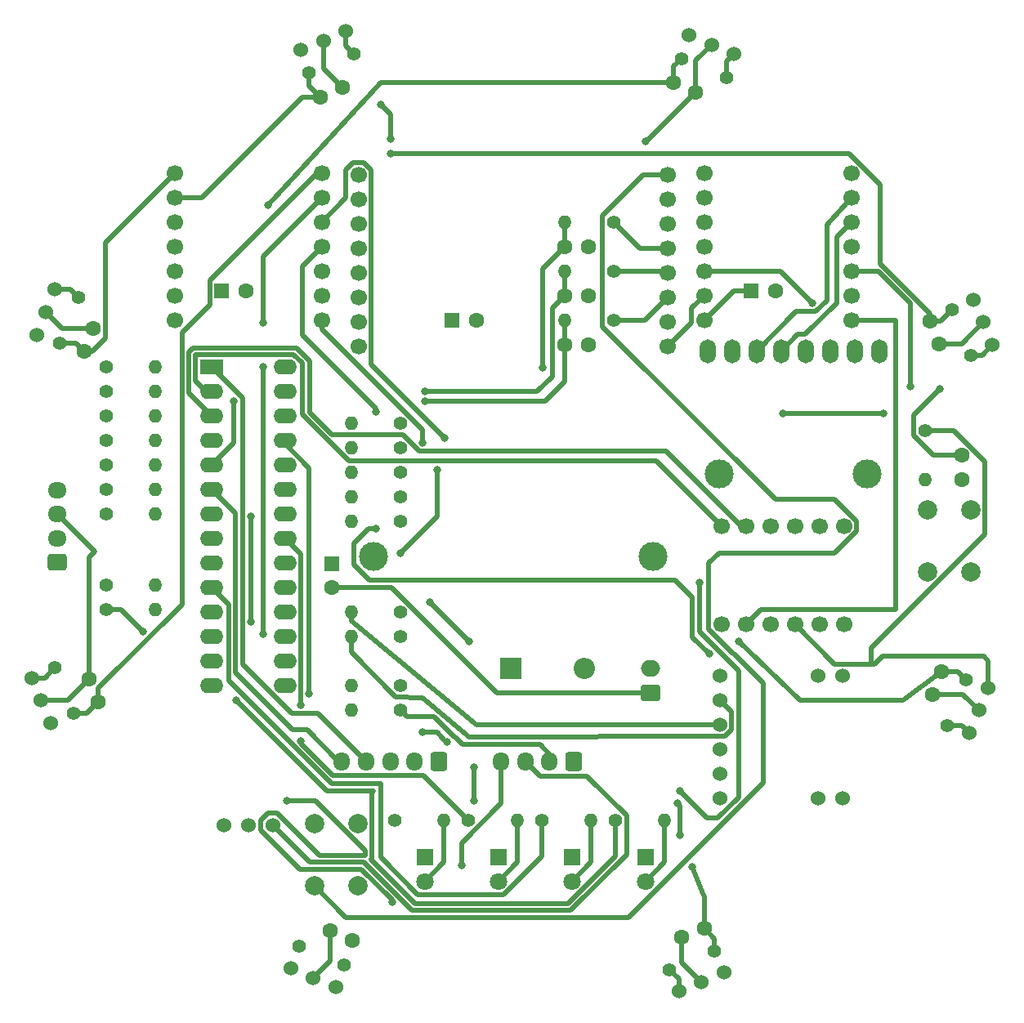
<source format=gbr>
G04 #@! TF.GenerationSoftware,KiCad,Pcbnew,(6.0.5)*
G04 #@! TF.CreationDate,2022-07-11T21:21:42+09:00*
G04 #@! TF.ProjectId,main board,6d61696e-2062-46f6-9172-642e6b696361,rev?*
G04 #@! TF.SameCoordinates,Original*
G04 #@! TF.FileFunction,Copper,L1,Top*
G04 #@! TF.FilePolarity,Positive*
%FSLAX46Y46*%
G04 Gerber Fmt 4.6, Leading zero omitted, Abs format (unit mm)*
G04 Created by KiCad (PCBNEW (6.0.5)) date 2022-07-11 21:21:42*
%MOMM*%
%LPD*%
G01*
G04 APERTURE LIST*
G04 Aperture macros list*
%AMRoundRect*
0 Rectangle with rounded corners*
0 $1 Rounding radius*
0 $2 $3 $4 $5 $6 $7 $8 $9 X,Y pos of 4 corners*
0 Add a 4 corners polygon primitive as box body*
4,1,4,$2,$3,$4,$5,$6,$7,$8,$9,$2,$3,0*
0 Add four circle primitives for the rounded corners*
1,1,$1+$1,$2,$3*
1,1,$1+$1,$4,$5*
1,1,$1+$1,$6,$7*
1,1,$1+$1,$8,$9*
0 Add four rect primitives between the rounded corners*
20,1,$1+$1,$2,$3,$4,$5,0*
20,1,$1+$1,$4,$5,$6,$7,0*
20,1,$1+$1,$6,$7,$8,$9,0*
20,1,$1+$1,$8,$9,$2,$3,0*%
%AMHorizOval*
0 Thick line with rounded ends*
0 $1 width*
0 $2 $3 position (X,Y) of the first rounded end (center of the circle)*
0 $4 $5 position (X,Y) of the second rounded end (center of the circle)*
0 Add line between two ends*
20,1,$1,$2,$3,$4,$5,0*
0 Add two circle primitives to create the rounded ends*
1,1,$1,$2,$3*
1,1,$1,$4,$5*%
G04 Aperture macros list end*
G04 #@! TA.AperFunction,ComponentPad*
%ADD10C,1.400000*%
G04 #@! TD*
G04 #@! TA.AperFunction,ComponentPad*
%ADD11O,1.400000X1.400000*%
G04 #@! TD*
G04 #@! TA.AperFunction,ComponentPad*
%ADD12C,1.600000*%
G04 #@! TD*
G04 #@! TA.AperFunction,ComponentPad*
%ADD13HorizOval,1.400000X0.000000X0.000000X0.000000X0.000000X0*%
G04 #@! TD*
G04 #@! TA.AperFunction,ComponentPad*
%ADD14C,2.000000*%
G04 #@! TD*
G04 #@! TA.AperFunction,ComponentPad*
%ADD15HorizOval,1.400000X0.000000X0.000000X0.000000X0.000000X0*%
G04 #@! TD*
G04 #@! TA.AperFunction,ComponentPad*
%ADD16R,1.800000X1.800000*%
G04 #@! TD*
G04 #@! TA.AperFunction,ComponentPad*
%ADD17C,1.800000*%
G04 #@! TD*
G04 #@! TA.AperFunction,ComponentPad*
%ADD18R,2.400000X1.600000*%
G04 #@! TD*
G04 #@! TA.AperFunction,ComponentPad*
%ADD19O,2.400000X1.600000*%
G04 #@! TD*
G04 #@! TA.AperFunction,ComponentPad*
%ADD20R,2.200000X2.200000*%
G04 #@! TD*
G04 #@! TA.AperFunction,ComponentPad*
%ADD21O,2.200000X2.200000*%
G04 #@! TD*
G04 #@! TA.AperFunction,ComponentPad*
%ADD22R,1.600000X1.600000*%
G04 #@! TD*
G04 #@! TA.AperFunction,ComponentPad*
%ADD23C,1.524000*%
G04 #@! TD*
G04 #@! TA.AperFunction,ComponentPad*
%ADD24C,1.700000*%
G04 #@! TD*
G04 #@! TA.AperFunction,ComponentPad*
%ADD25HorizOval,1.400000X0.000000X0.000000X0.000000X0.000000X0*%
G04 #@! TD*
G04 #@! TA.AperFunction,ComponentPad*
%ADD26HorizOval,1.400000X0.000000X0.000000X0.000000X0.000000X0*%
G04 #@! TD*
G04 #@! TA.AperFunction,ComponentPad*
%ADD27C,3.000000*%
G04 #@! TD*
G04 #@! TA.AperFunction,ComponentPad*
%ADD28O,1.700000X2.500000*%
G04 #@! TD*
G04 #@! TA.AperFunction,ComponentPad*
%ADD29RoundRect,0.250000X0.600000X0.725000X-0.600000X0.725000X-0.600000X-0.725000X0.600000X-0.725000X0*%
G04 #@! TD*
G04 #@! TA.AperFunction,ComponentPad*
%ADD30O,1.700000X1.950000*%
G04 #@! TD*
G04 #@! TA.AperFunction,ComponentPad*
%ADD31RoundRect,0.250000X0.750000X-0.600000X0.750000X0.600000X-0.750000X0.600000X-0.750000X-0.600000X0*%
G04 #@! TD*
G04 #@! TA.AperFunction,ComponentPad*
%ADD32O,2.000000X1.700000*%
G04 #@! TD*
G04 #@! TA.AperFunction,ComponentPad*
%ADD33RoundRect,0.250000X0.725000X-0.600000X0.725000X0.600000X-0.725000X0.600000X-0.725000X-0.600000X0*%
G04 #@! TD*
G04 #@! TA.AperFunction,ComponentPad*
%ADD34O,1.950000X1.700000*%
G04 #@! TD*
G04 #@! TA.AperFunction,ViaPad*
%ADD35C,0.800000*%
G04 #@! TD*
G04 #@! TA.AperFunction,Conductor*
%ADD36C,0.500000*%
G04 #@! TD*
G04 APERTURE END LIST*
D10*
X143764000Y-108966000D03*
D11*
X143764000Y-114046000D03*
D12*
X106446000Y-89916000D03*
X108946000Y-89916000D03*
D10*
X78933346Y-162349984D03*
D13*
X83626654Y-164294016D03*
D14*
X144054000Y-123646000D03*
X144054000Y-117146000D03*
X148554000Y-123646000D03*
X148554000Y-117146000D03*
D10*
X121980654Y-162857984D03*
D15*
X117287346Y-164802016D03*
D12*
X82157151Y-160811646D03*
X84466850Y-161768355D03*
D10*
X111526000Y-97536000D03*
D11*
X106446000Y-97536000D03*
D10*
X111526000Y-87376000D03*
D11*
X106446000Y-87376000D03*
D16*
X99568000Y-153157000D03*
D17*
X99568000Y-155697000D03*
D10*
X89408000Y-115824000D03*
D11*
X84328000Y-115824000D03*
D16*
X114808000Y-153157000D03*
D17*
X114808000Y-155697000D03*
D18*
X69860000Y-102347000D03*
D19*
X69860000Y-104887000D03*
X69860000Y-107427000D03*
X69860000Y-109967000D03*
X69860000Y-112507000D03*
X69860000Y-115047000D03*
X69860000Y-117587000D03*
X69860000Y-120127000D03*
X69860000Y-122667000D03*
X69860000Y-125207000D03*
X69860000Y-127747000D03*
X69860000Y-130287000D03*
X69860000Y-132827000D03*
X69860000Y-135367000D03*
X77480000Y-135367000D03*
X77480000Y-132827000D03*
X77480000Y-130287000D03*
X77480000Y-127747000D03*
X77480000Y-125207000D03*
X77480000Y-122667000D03*
X77480000Y-120127000D03*
X77480000Y-117587000D03*
X77480000Y-115047000D03*
X77480000Y-112507000D03*
X77480000Y-109967000D03*
X77480000Y-107427000D03*
X77480000Y-104887000D03*
X77480000Y-102347000D03*
D10*
X118557346Y-70401984D03*
D13*
X123250654Y-72346016D03*
D10*
X58928000Y-109982000D03*
D11*
X64008000Y-109982000D03*
D12*
X57179646Y-134735151D03*
X58136355Y-137044850D03*
D10*
X111526000Y-92456000D03*
D11*
X106446000Y-92456000D03*
D20*
X100838000Y-133604000D03*
D21*
X108458000Y-133604000D03*
D22*
X70930888Y-94488000D03*
D12*
X73430888Y-94488000D03*
D10*
X84642654Y-69893984D03*
D15*
X79949346Y-71838016D03*
D12*
X147574000Y-111506000D03*
X147574000Y-114006000D03*
D10*
X89408000Y-127762000D03*
D11*
X84328000Y-127762000D03*
D12*
X144301646Y-97651151D03*
X145258355Y-99960850D03*
D10*
X89408000Y-130302000D03*
D11*
X84328000Y-130302000D03*
D23*
X122523000Y-147066000D03*
X122523000Y-144526000D03*
X122523000Y-141986000D03*
X122523000Y-139446000D03*
X122523000Y-136906000D03*
X122523000Y-134366000D03*
X132683000Y-147066000D03*
X135223000Y-147066000D03*
X132683000Y-134366000D03*
X135223000Y-134366000D03*
D12*
X120904000Y-160528000D03*
X118594301Y-161484709D03*
D10*
X58928000Y-102362000D03*
D11*
X64008000Y-102362000D03*
D10*
X111718340Y-149347000D03*
D11*
X116798340Y-149347000D03*
D10*
X89408000Y-113284000D03*
D11*
X84328000Y-113284000D03*
D12*
X57628354Y-98413151D03*
X56671645Y-100722850D03*
D10*
X88858340Y-149347000D03*
D11*
X93938340Y-149347000D03*
D12*
X106446000Y-100076000D03*
X108946000Y-100076000D03*
D22*
X125794888Y-94488000D03*
D12*
X128294888Y-94488000D03*
D24*
X81280000Y-97536000D03*
X81280000Y-94996000D03*
X81280000Y-92456000D03*
X81280000Y-89916000D03*
X81280000Y-87376000D03*
X81280000Y-84836000D03*
X81280000Y-82296000D03*
X66040000Y-82296000D03*
X66040000Y-84836000D03*
X66040000Y-87376000D03*
X66040000Y-89916000D03*
X66040000Y-92456000D03*
X66040000Y-94996000D03*
X66040000Y-97536000D03*
D23*
X76200000Y-149828000D03*
X73660000Y-149828000D03*
X71120000Y-149828000D03*
D10*
X89408000Y-110744000D03*
D11*
X84328000Y-110744000D03*
D12*
X117717151Y-72927646D03*
X120026850Y-73884355D03*
D16*
X91948000Y-153157000D03*
D17*
X91948000Y-155697000D03*
D10*
X53637984Y-133543346D03*
D25*
X55582016Y-138236654D03*
D10*
X58928000Y-127508000D03*
D11*
X64008000Y-127508000D03*
D10*
X104098340Y-149347000D03*
D11*
X109178340Y-149347000D03*
D10*
X89408000Y-108204000D03*
D11*
X84328000Y-108204000D03*
D22*
X82296000Y-122746888D03*
D12*
X82296000Y-125246888D03*
D10*
X89408000Y-135382000D03*
D11*
X84328000Y-135382000D03*
D12*
X145492127Y-133964978D03*
X144575874Y-136291022D03*
D10*
X58928000Y-104902000D03*
D11*
X64008000Y-104902000D03*
D14*
X80554000Y-156158000D03*
X80554000Y-149658000D03*
X85054000Y-156158000D03*
X85054000Y-149658000D03*
D10*
X96478340Y-149347000D03*
D11*
X101558340Y-149347000D03*
D12*
X83450850Y-73435646D03*
X81141151Y-74392355D03*
D10*
X148038016Y-134813346D03*
D26*
X146093984Y-139506654D03*
D10*
X58928000Y-112522000D03*
D11*
X64008000Y-112522000D03*
D10*
X58928000Y-115062000D03*
D11*
X64008000Y-115062000D03*
D10*
X89408000Y-118364000D03*
D11*
X84328000Y-118364000D03*
D10*
X146601984Y-96459346D03*
D25*
X148546016Y-101152654D03*
D10*
X56090016Y-95189346D03*
D26*
X54145984Y-99882654D03*
D16*
X107188000Y-153157000D03*
D17*
X107188000Y-155697000D03*
D27*
X115570000Y-121977000D03*
X86614000Y-121977000D03*
D24*
X85092000Y-82480000D03*
X85092000Y-85020000D03*
X85092000Y-87560000D03*
X85092000Y-90100000D03*
X85092000Y-92640000D03*
X85092000Y-95180000D03*
X85092000Y-97720000D03*
X85092000Y-100260000D03*
X117092000Y-100260000D03*
X117092000Y-97720000D03*
X117092000Y-95180000D03*
X117092000Y-92640000D03*
X117092000Y-90100000D03*
X117092000Y-87560000D03*
X117092000Y-85020000D03*
X117092000Y-82480000D03*
D10*
X58928000Y-117602000D03*
D11*
X64008000Y-117602000D03*
D10*
X58928000Y-124968000D03*
D11*
X64008000Y-124968000D03*
D22*
X94806888Y-97536000D03*
D12*
X97306888Y-97536000D03*
D24*
X122682000Y-118872000D03*
X125222000Y-118872000D03*
X127762000Y-118872000D03*
X130302000Y-118872000D03*
X132842000Y-118872000D03*
X135382000Y-118872000D03*
X135382000Y-129032000D03*
X132842000Y-129032000D03*
X130302000Y-129032000D03*
X127762000Y-129032000D03*
X125222000Y-129032000D03*
X122682000Y-129032000D03*
D10*
X58928000Y-107442000D03*
D11*
X64008000Y-107442000D03*
D27*
X137803000Y-113451000D03*
X122483000Y-113451000D03*
D28*
X121253000Y-100711000D03*
X123793000Y-100711000D03*
X126333000Y-100711000D03*
X128873000Y-100711000D03*
X131413000Y-100711000D03*
X133953000Y-100711000D03*
X136493000Y-100711000D03*
X139033000Y-100711000D03*
D10*
X89408000Y-137922000D03*
D11*
X84328000Y-137922000D03*
D12*
X106446000Y-94996000D03*
X108946000Y-94996000D03*
D24*
X136144000Y-97536000D03*
X136144000Y-94996000D03*
X136144000Y-92456000D03*
X136144000Y-89916000D03*
X136144000Y-87376000D03*
X136144000Y-84836000D03*
X136144000Y-82296000D03*
X120904000Y-82296000D03*
X120904000Y-84836000D03*
X120904000Y-87376000D03*
X120904000Y-89916000D03*
X120904000Y-92456000D03*
X120904000Y-94996000D03*
X120904000Y-97536000D03*
D23*
X150777938Y-100075182D03*
X149805922Y-97728528D03*
X148833906Y-95381874D03*
X148405301Y-140296661D03*
X149377317Y-137950007D03*
X150349333Y-135603353D03*
X78065234Y-164687196D03*
X80411888Y-165659212D03*
X82758542Y-166631228D03*
X53674699Y-94347129D03*
X52702683Y-96693783D03*
X51730667Y-99040437D03*
D29*
X93392000Y-143239000D03*
D30*
X90892000Y-143239000D03*
X88392000Y-143239000D03*
X85892000Y-143239000D03*
X83392000Y-143239000D03*
D23*
X118286713Y-167059834D03*
X120633367Y-166087818D03*
X122980021Y-165115802D03*
X124014766Y-69956594D03*
X121668112Y-68984578D03*
X119321458Y-68012562D03*
X83793287Y-67583956D03*
X81446633Y-68555972D03*
X79099979Y-69527988D03*
D29*
X107382000Y-143239000D03*
D30*
X104882000Y-143239000D03*
X102382000Y-143239000D03*
X99882000Y-143239000D03*
D31*
X115316000Y-136144000D03*
D32*
X115316000Y-133644000D03*
D23*
X51248980Y-134590595D03*
X52220996Y-136937249D03*
X53193012Y-139283903D03*
D33*
X53865000Y-122622000D03*
D34*
X53865000Y-120122000D03*
X53865000Y-117622000D03*
X53865000Y-115122000D03*
D35*
X145288000Y-104648000D03*
X89408000Y-121666000D03*
X93218000Y-113030000D03*
X104140000Y-102409011D03*
X91948000Y-104918497D03*
X72136000Y-105918000D03*
X91948000Y-105918000D03*
X132080000Y-95758000D03*
X88392000Y-78740000D03*
X114808000Y-78994000D03*
X87376000Y-75184000D03*
X77636500Y-147320000D03*
X95758000Y-154006500D03*
X88566677Y-157813323D03*
X62738000Y-129794000D03*
X73939020Y-128778000D03*
X73939020Y-117856000D03*
X129032000Y-107188000D03*
X139446000Y-107188000D03*
X118364000Y-146304000D03*
X120396000Y-124714000D03*
X142240000Y-104394000D03*
X79979020Y-136231500D03*
X79129520Y-137414000D03*
X79129520Y-141105520D03*
X72390000Y-136906000D03*
X91741500Y-110236000D03*
X75184000Y-97790000D03*
X75184000Y-102362000D03*
X75184000Y-130048000D03*
X75692000Y-85598000D03*
X88392000Y-80264000D03*
X86868000Y-107026980D03*
X86868000Y-119107979D03*
X124460000Y-130810000D03*
X121412000Y-132080000D03*
X92456000Y-126746000D03*
X93980000Y-109728000D03*
X119634000Y-154178000D03*
X118364000Y-150876000D03*
X97028000Y-143814020D03*
X118110000Y-147574000D03*
X96520000Y-130810000D03*
X91741500Y-140208000D03*
X97028000Y-147320000D03*
X94234000Y-141224000D03*
D36*
X112867851Y-152914917D02*
X112867851Y-148870856D01*
X90642249Y-158687519D02*
X107095248Y-158687520D01*
X107095248Y-158687520D02*
X112867851Y-152914917D01*
X76200000Y-149828000D02*
X80077751Y-153705751D01*
X80077751Y-153705751D02*
X85660481Y-153705751D01*
X112867851Y-148870856D02*
X108776995Y-144780000D01*
X125794888Y-94488000D02*
X123952000Y-94488000D01*
X123952000Y-94488000D02*
X120904000Y-97536000D01*
X103923000Y-144780000D02*
X102382000Y-143239000D01*
X108776995Y-144780000D02*
X103923000Y-144780000D01*
X85660481Y-153705751D02*
X90642249Y-158687519D01*
X144678345Y-111506000D02*
X147574000Y-111506000D01*
X142614489Y-109442144D02*
X144678345Y-111506000D01*
X142614489Y-107321511D02*
X142614489Y-109442144D01*
X145288000Y-104648000D02*
X142614489Y-107321511D01*
X89408000Y-121666000D02*
X93218000Y-117856000D01*
X106446000Y-87376000D02*
X106446000Y-89916000D01*
X93218000Y-117856000D02*
X93218000Y-113030000D01*
X104140000Y-92222000D02*
X106446000Y-89916000D01*
X104140000Y-102409011D02*
X104140000Y-92222000D01*
X105156000Y-103378000D02*
X103615503Y-104918497D01*
X106446000Y-94996000D02*
X105156000Y-96286000D01*
X72136000Y-110231000D02*
X69860000Y-112507000D01*
X103615503Y-104918497D02*
X91948000Y-104918497D01*
X105156000Y-96286000D02*
X105156000Y-103378000D01*
X106446000Y-92456000D02*
X106446000Y-94996000D01*
X72136000Y-105918000D02*
X72136000Y-110231000D01*
X106446000Y-103866000D02*
X105156000Y-105156000D01*
X106446000Y-97536000D02*
X106446000Y-100076000D01*
X104394000Y-105918000D02*
X91948000Y-105918000D01*
X106446000Y-100076000D02*
X106446000Y-103866000D01*
X105156000Y-105156000D02*
X104394000Y-105918000D01*
X150003511Y-112168435D02*
X150003511Y-119746408D01*
X146801076Y-108966000D02*
X150003511Y-112168435D01*
X138566115Y-133154489D02*
X134424489Y-133154489D01*
X150349333Y-135603353D02*
X150349333Y-132823333D01*
X132080000Y-95758000D02*
X128778000Y-92456000D01*
X138234489Y-131515430D02*
X138234489Y-133154489D01*
X150003511Y-119746408D02*
X138234489Y-131515430D01*
X139386604Y-132334000D02*
X138566115Y-133154489D01*
X150349333Y-132823333D02*
X149860000Y-132334000D01*
X134424489Y-133154489D02*
X130302000Y-129032000D01*
X143764000Y-108966000D02*
X146801076Y-108966000D01*
X128778000Y-92456000D02*
X120904000Y-92456000D01*
X149860000Y-132334000D02*
X139386604Y-132334000D01*
X54977548Y-136937249D02*
X57179646Y-134735151D01*
X117092000Y-100260000D02*
X119604489Y-97747511D01*
X88518543Y-125246888D02*
X99415655Y-136144000D01*
X57179646Y-134735151D02*
X57179646Y-122081508D01*
X147718332Y-136291022D02*
X149377317Y-137950007D01*
X120026850Y-70625840D02*
X121668112Y-68984578D01*
X147573600Y-99960850D02*
X149805922Y-97728528D01*
X82296000Y-125246888D02*
X88518543Y-125246888D01*
X82157151Y-160811646D02*
X82157151Y-163913949D01*
X88392000Y-76200000D02*
X87376000Y-75184000D01*
X81446633Y-68555972D02*
X81446633Y-71431429D01*
X57628354Y-98413151D02*
X54422051Y-98413151D01*
X82157151Y-163913949D02*
X80411888Y-165659212D01*
X52220996Y-136937249D02*
X54977548Y-136937249D01*
X120026850Y-73884355D02*
X120026850Y-70625840D01*
X57179646Y-122081508D02*
X57752077Y-121509077D01*
X81446633Y-71431429D02*
X83450850Y-73435646D01*
X88392000Y-78740000D02*
X88392000Y-76200000D01*
X144575874Y-136291022D02*
X147718332Y-136291022D01*
X54422051Y-98413151D02*
X52702683Y-96693783D01*
X118594301Y-161484709D02*
X118594301Y-164048752D01*
X118594301Y-164048752D02*
X120633367Y-166087818D01*
X119604489Y-97747511D02*
X119604489Y-96295511D01*
X145258355Y-99960850D02*
X147573600Y-99960850D01*
X114917205Y-78994000D02*
X120026850Y-73884355D01*
X99415655Y-136144000D02*
X115316000Y-136144000D01*
X114808000Y-78994000D02*
X114917205Y-78994000D01*
X57752077Y-121509077D02*
X53865000Y-117622000D01*
X119604489Y-96295511D02*
X120904000Y-94996000D01*
X93938340Y-153706660D02*
X93938340Y-149347000D01*
X91948000Y-155697000D02*
X93938340Y-153706660D01*
X101558340Y-153706660D02*
X101558340Y-149347000D01*
X99568000Y-155697000D02*
X101558340Y-153706660D01*
X109178340Y-153706660D02*
X109178340Y-149347000D01*
X107188000Y-155697000D02*
X109178340Y-153706660D01*
X114808000Y-155697000D02*
X116798340Y-153706660D01*
X116798340Y-153706660D02*
X116798340Y-149347000D01*
X94996000Y-140716000D02*
X95131371Y-140716000D01*
X92902000Y-138622000D02*
X94996000Y-140716000D01*
X103886000Y-141478000D02*
X104882000Y-142474000D01*
X95893371Y-141478000D02*
X103886000Y-141478000D01*
X95131371Y-140716000D02*
X95893371Y-141478000D01*
X104882000Y-142474000D02*
X104882000Y-143239000D01*
X90108000Y-138622000D02*
X92902000Y-138622000D01*
X89408000Y-137922000D02*
X90108000Y-138622000D01*
X85370731Y-154405271D02*
X88566677Y-157601217D01*
X99882000Y-147568995D02*
X99882000Y-143239000D01*
X85803991Y-152982739D02*
X85780499Y-153006231D01*
X75698175Y-148616489D02*
X74988489Y-149326175D01*
X74988489Y-149326175D02*
X74988489Y-150329825D01*
X79063935Y-154405271D02*
X85370731Y-154405271D01*
X88566677Y-157601217D02*
X88566677Y-157813323D01*
X95758000Y-154006500D02*
X95758000Y-151692995D01*
X77636500Y-147320000D02*
X80666081Y-147320000D01*
X85803991Y-152457910D02*
X85803991Y-152982739D01*
X60452000Y-127508000D02*
X62738000Y-129794000D01*
X85780499Y-153006231D02*
X81091567Y-153006231D01*
X74988489Y-150329825D02*
X79063935Y-154405271D01*
X80666081Y-147320000D02*
X85803991Y-152457910D01*
X58928000Y-127508000D02*
X60452000Y-127508000D01*
X95758000Y-151692995D02*
X99882000Y-147568995D01*
X81091567Y-153006231D02*
X76701825Y-148616489D01*
X76701825Y-148616489D02*
X75698175Y-148616489D01*
X73939020Y-128778000D02*
X73939020Y-117856000D01*
X120396000Y-129794000D02*
X120396000Y-124714000D01*
X142240000Y-104394000D02*
X142240000Y-95758000D01*
X129032000Y-107188000D02*
X139446000Y-107188000D01*
X138938000Y-92456000D02*
X136144000Y-92456000D01*
X121158000Y-149098000D02*
X122326228Y-149098000D01*
X142240000Y-95758000D02*
X138938000Y-92456000D01*
X122326228Y-149098000D02*
X124473365Y-146950863D01*
X118364000Y-146304000D02*
X121158000Y-149098000D01*
X124473365Y-146950863D02*
X124473365Y-133871365D01*
X124473365Y-133871365D02*
X120396000Y-129794000D01*
X85892000Y-143239000D02*
X80916511Y-138263511D01*
X78209423Y-138263511D02*
X73089520Y-133143608D01*
X73089520Y-133143608D02*
X73089520Y-105576520D01*
X80916511Y-138263511D02*
X78209423Y-138263511D01*
X73089520Y-105576520D02*
X69860000Y-102347000D01*
X79756000Y-139954000D02*
X78232000Y-139954000D01*
X83041000Y-143239000D02*
X79756000Y-139954000D01*
X83392000Y-143239000D02*
X83041000Y-143239000D01*
X69860000Y-115047000D02*
X72327519Y-117514519D01*
X78232000Y-139954000D02*
X72327519Y-134049519D01*
X72327519Y-134049519D02*
X72327519Y-117514519D01*
X111526000Y-87376000D02*
X114250000Y-90100000D01*
X114250000Y-90100000D02*
X117092000Y-90100000D01*
X116908000Y-92456000D02*
X117092000Y-92640000D01*
X111526000Y-92456000D02*
X116908000Y-92456000D01*
X114736000Y-97536000D02*
X117092000Y-95180000D01*
X111526000Y-97536000D02*
X114736000Y-97536000D01*
X124714000Y-118872000D02*
X116927511Y-111085511D01*
X89709260Y-109419605D02*
X82350395Y-109419605D01*
X80064395Y-107133605D02*
X80064395Y-101775037D01*
X125222000Y-118872000D02*
X124714000Y-118872000D01*
X80064395Y-101775037D02*
X78687327Y-100397969D01*
X67510969Y-100807739D02*
X67510969Y-105077969D01*
X82350395Y-109419605D02*
X80064395Y-107133605D01*
X67920739Y-100397969D02*
X67510969Y-100807739D01*
X91375166Y-111085511D02*
X89709260Y-109419605D01*
X78687327Y-100397969D02*
X67920739Y-100397969D01*
X67510969Y-105077969D02*
X69860000Y-107427000D01*
X116927511Y-111085511D02*
X91375166Y-111085511D01*
X78397577Y-101097489D02*
X68210489Y-101097489D01*
X115944489Y-112134489D02*
X84076009Y-112134489D01*
X68210489Y-103770489D02*
X69327000Y-104887000D01*
X68210489Y-101097489D02*
X68210489Y-103770489D01*
X69327000Y-104887000D02*
X69860000Y-104887000D01*
X122682000Y-118872000D02*
X115944489Y-112134489D01*
X84076009Y-112134489D02*
X79248000Y-107306480D01*
X79248000Y-107306480D02*
X79248000Y-101947912D01*
X79248000Y-101947912D02*
X78397577Y-101097489D01*
X79979020Y-136231500D02*
X79979020Y-112838932D01*
X79979020Y-112838932D02*
X77480000Y-110339912D01*
X77480000Y-110339912D02*
X77480000Y-109967000D01*
X82433520Y-144663520D02*
X79129520Y-141359520D01*
X79129520Y-137414000D02*
X79129520Y-121776520D01*
X96478340Y-149347000D02*
X91794860Y-144663520D01*
X91794860Y-144663520D02*
X82433520Y-144663520D01*
X79129520Y-121776520D02*
X77480000Y-120127000D01*
X91260511Y-157046511D02*
X87376000Y-153162000D01*
X100126987Y-157046511D02*
X91260511Y-157046511D01*
X71628000Y-126975000D02*
X69860000Y-125207000D01*
X82322730Y-145542000D02*
X71628000Y-134847270D01*
X71628000Y-134847270D02*
X71628000Y-126975000D01*
X87376000Y-153162000D02*
X87376000Y-145542000D01*
X104098340Y-153075158D02*
X100126987Y-157046511D01*
X104098340Y-149347000D02*
X104098340Y-153075158D01*
X87376000Y-145542000D02*
X82322730Y-145542000D01*
X86614000Y-146304000D02*
X81788000Y-146304000D01*
X111718340Y-153075158D02*
X106805498Y-157988000D01*
X86360000Y-153416000D02*
X86503511Y-153272489D01*
X106805498Y-157988000D02*
X90932000Y-157988000D01*
X86503511Y-146414489D02*
X86614000Y-146304000D01*
X86503511Y-153272489D02*
X86503511Y-146414489D01*
X111718340Y-149347000D02*
X111718340Y-153075158D01*
X90932000Y-157988000D02*
X86360000Y-153416000D01*
X81788000Y-146304000D02*
X72390000Y-136906000D01*
X97282000Y-139446000D02*
X84328000Y-128676345D01*
X84328000Y-128676345D02*
X84328000Y-127762000D01*
X122523000Y-139446000D02*
X97282000Y-139446000D01*
X123024825Y-140657511D02*
X96520000Y-140716000D01*
X84328000Y-131927655D02*
X84328000Y-130302000D01*
X122523000Y-136906000D02*
X123734511Y-138117511D01*
X88931856Y-136531511D02*
X84328000Y-131927655D01*
X123734511Y-139947825D02*
X123024825Y-140657511D01*
X123734511Y-138117511D02*
X123734511Y-139947825D01*
X96520000Y-140716000D02*
X91694000Y-136652000D01*
X91694000Y-136652000D02*
X88931856Y-136531511D01*
X127000000Y-135128000D02*
X123952000Y-132080000D01*
X136681511Y-118333724D02*
X134425787Y-116078000D01*
X121382489Y-129570276D02*
X121382489Y-122711511D01*
X110376489Y-86718435D02*
X114614924Y-82480000D01*
X110376489Y-98184489D02*
X110376489Y-86718435D01*
X127000000Y-145413498D02*
X127000000Y-135128000D01*
X128270000Y-116078000D02*
X110376489Y-98184489D01*
X80554000Y-156158000D02*
X83783040Y-159387040D01*
X123952000Y-132080000D02*
X123892213Y-132080000D01*
X123892213Y-132080000D02*
X121382489Y-129570276D01*
X121382489Y-122711511D02*
X122428000Y-121666000D01*
X134425787Y-121666000D02*
X136681511Y-119410276D01*
X134425787Y-116078000D02*
X128270000Y-116078000D01*
X122428000Y-121666000D02*
X134425787Y-121666000D01*
X83783040Y-159387040D02*
X113026458Y-159387040D01*
X113026458Y-159387040D02*
X127000000Y-145413498D01*
X114614924Y-82480000D02*
X117092000Y-82480000D01*
X136681511Y-119410276D02*
X136681511Y-118333724D01*
X126746000Y-127508000D02*
X140716000Y-127508000D01*
X140716000Y-127508000D02*
X140716000Y-97536000D01*
X125222000Y-129032000D02*
X126746000Y-127508000D01*
X140716000Y-97536000D02*
X136144000Y-97536000D01*
X91741500Y-108911845D02*
X81280000Y-98450345D01*
X91741500Y-110236000D02*
X91741500Y-108911845D01*
X81280000Y-98450345D02*
X81280000Y-97536000D01*
X126333000Y-100711000D02*
X130436489Y-96607511D01*
X133604000Y-95504000D02*
X133604000Y-87630000D01*
X132431880Y-96607511D02*
X133604000Y-95504000D01*
X130436489Y-96607511D02*
X132431880Y-96607511D01*
X133604000Y-87630000D02*
X136144000Y-84836000D01*
X128873000Y-100711000D02*
X130572520Y-99011480D01*
X130572520Y-99011480D02*
X131366520Y-99011480D01*
X131366520Y-99011480D02*
X134620000Y-95758000D01*
X134620000Y-88900000D02*
X136144000Y-87376000D01*
X134620000Y-95758000D02*
X134620000Y-88900000D01*
X75184000Y-130048000D02*
X75184000Y-102362000D01*
X75184000Y-97790000D02*
X75184000Y-90932000D01*
X75184000Y-90932000D02*
X81280000Y-84836000D01*
X58136355Y-137044850D02*
X58136355Y-135665645D01*
X80772000Y-82296000D02*
X81280000Y-82296000D01*
X55582016Y-138236654D02*
X56944551Y-138236654D01*
X58136355Y-135665645D02*
X66802000Y-127000000D01*
X69681377Y-95926623D02*
X69681377Y-93386623D01*
X56944551Y-138236654D02*
X58136355Y-137044850D01*
X66802000Y-127000000D02*
X66802000Y-98806000D01*
X66802000Y-98806000D02*
X69681377Y-95926623D01*
X69681377Y-93386623D02*
X80772000Y-82296000D01*
X54145984Y-99882654D02*
X55831449Y-99882654D01*
X58877865Y-89458135D02*
X58877865Y-99364135D01*
X57519150Y-100722850D02*
X56671645Y-100722850D01*
X66040000Y-82296000D02*
X58877865Y-89458135D01*
X58877865Y-99364135D02*
X57519150Y-100722850D01*
X55831449Y-99882654D02*
X56671645Y-100722850D01*
X79277645Y-74392355D02*
X81141151Y-74392355D01*
X79949346Y-71838016D02*
X79949346Y-73200550D01*
X79949346Y-73200550D02*
X81141151Y-74392355D01*
X68834000Y-84836000D02*
X79277645Y-74392355D01*
X68834000Y-84836000D02*
X66040000Y-84836000D01*
X87376000Y-72898000D02*
X75692000Y-85598000D01*
X89360896Y-72927646D02*
X87376000Y-72898000D01*
X117717151Y-71242179D02*
X118557346Y-70401984D01*
X117717151Y-72927646D02*
X117717151Y-71242179D01*
X117717151Y-72927646D02*
X89360896Y-72927646D01*
X145410179Y-97651151D02*
X146601984Y-96459346D01*
X144301646Y-97651151D02*
X145410179Y-97651151D01*
X139135376Y-83449589D02*
X139135376Y-91664106D01*
X144301646Y-97651151D02*
X144301646Y-96830376D01*
X144301646Y-96830376D02*
X139135376Y-91664106D01*
X88392000Y-80264000D02*
X135949787Y-80264000D01*
X135949787Y-80264000D02*
X139135376Y-83449589D01*
X130810000Y-136906000D02*
X141478000Y-136906000D01*
X86868000Y-119107979D02*
X86124021Y-119107979D01*
X141478000Y-136906000D02*
X145492127Y-133964978D01*
X86124021Y-119107979D02*
X84594479Y-120637521D01*
X119696480Y-130364480D02*
X121412000Y-132080000D01*
X117918480Y-124460000D02*
X119696480Y-126238000D01*
X86868000Y-106680000D02*
X79248000Y-99060000D01*
X79248000Y-91948000D02*
X81280000Y-89916000D01*
X84594479Y-120637521D02*
X84594479Y-122813514D01*
X79248000Y-99060000D02*
X79248000Y-91948000D01*
X145492127Y-133964978D02*
X147189648Y-133964978D01*
X124460000Y-130810000D02*
X130810000Y-136906000D01*
X147189648Y-133964978D02*
X148038016Y-134813346D01*
X119696480Y-126238000D02*
X119696480Y-130364480D01*
X86868000Y-107026980D02*
X86868000Y-106680000D01*
X86240965Y-124460000D02*
X117918480Y-124460000D01*
X84594479Y-122813514D02*
X86240965Y-124460000D01*
X92456000Y-126746000D02*
X96520000Y-130810000D01*
X86391511Y-102139511D02*
X93980000Y-109728000D01*
X86391511Y-81941724D02*
X86391511Y-102139511D01*
X81280000Y-87376000D02*
X83792489Y-84863511D01*
X118364000Y-150876000D02*
X118364000Y-147828000D01*
X121980654Y-162857984D02*
X121980654Y-161604654D01*
X119634000Y-154178000D02*
X120650000Y-156718000D01*
X94234000Y-141357031D02*
X93218000Y-140208000D01*
X85630276Y-81180489D02*
X86391511Y-81941724D01*
X83792489Y-81941724D02*
X84553724Y-81180489D01*
X94234000Y-141357031D02*
X94234000Y-141224000D01*
X97028000Y-143814020D02*
X97028000Y-147320000D01*
X120904000Y-157282874D02*
X120904000Y-160528000D01*
X83792489Y-84863511D02*
X83792489Y-81941724D01*
X121980654Y-161604654D02*
X120904000Y-160528000D01*
X118364000Y-147828000D02*
X118110000Y-147574000D01*
X84553724Y-81180489D02*
X85630276Y-81180489D01*
X120650000Y-156718000D02*
X120904000Y-157282874D01*
X93218000Y-140208000D02*
X91741500Y-140208000D01*
X51248980Y-134590595D02*
X52590735Y-134590595D01*
X52590735Y-134590595D02*
X53637984Y-133543346D01*
X55247799Y-94347129D02*
X56090016Y-95189346D01*
X53674699Y-94347129D02*
X55247799Y-94347129D01*
X83793287Y-69044617D02*
X84642654Y-69893984D01*
X83793287Y-67583956D02*
X83793287Y-69044617D01*
X123250654Y-70720706D02*
X124014766Y-69956594D01*
X123250654Y-72346016D02*
X123250654Y-70720706D01*
X148546016Y-101152654D02*
X149700466Y-101152654D01*
X149700466Y-101152654D02*
X150777938Y-100075182D01*
X147615294Y-139506654D02*
X148405301Y-140296661D01*
X146093984Y-139506654D02*
X147615294Y-139506654D01*
X118286713Y-165801383D02*
X117287346Y-164802016D01*
X118286713Y-167059834D02*
X118286713Y-165801383D01*
M02*

</source>
